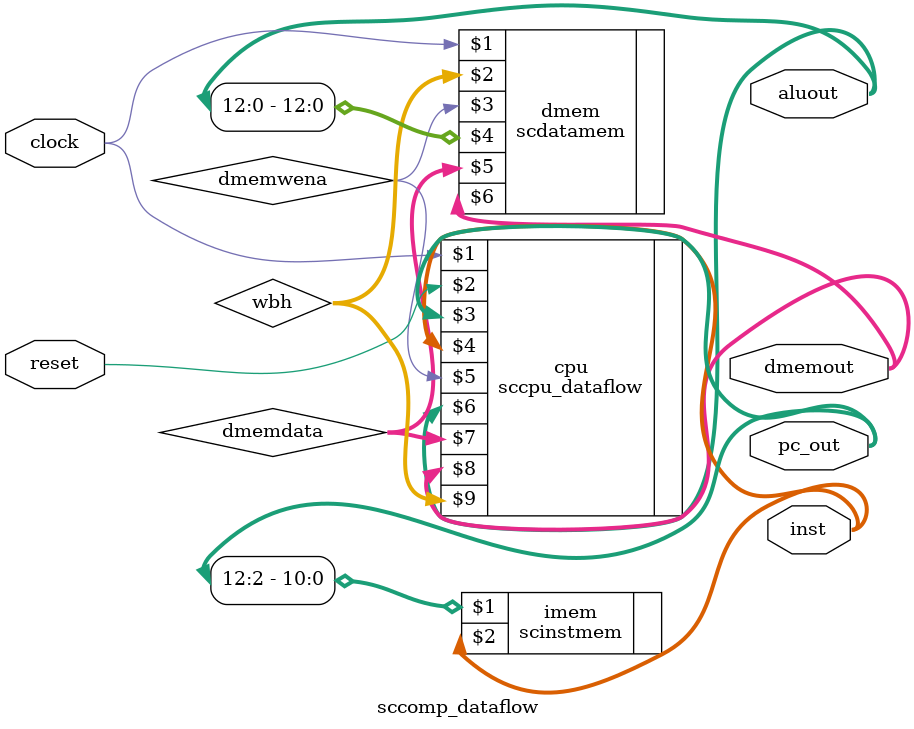
<source format=v>
`timescale 1ns / 1ps
module sccomp_dataflow(clock,reset,pc_out,inst,aluout,dmemout);
    input clock,reset;
	 output [31:0] pc_out,inst,aluout,dmemout;
	 wire [31:0] dmemdata;
	 wire dmemwena;
	 wire [1:0]wbh;
	 
	 sccpu_dataflow cpu(clock,reset,pc_out,inst,dmemwena,aluout,dmemdata,dmemout,wbh);
	 scinstmem imem(pc_out[12:2],inst);
	 scdatamem dmem(clock,wbh,dmemwena,aluout[12:0],dmemdata,dmemout);//ÔÚ´Ëaluout×÷ÎªÊý¾Ý´æ´¢Æ÷µÄµØÖ·
endmodule

</source>
